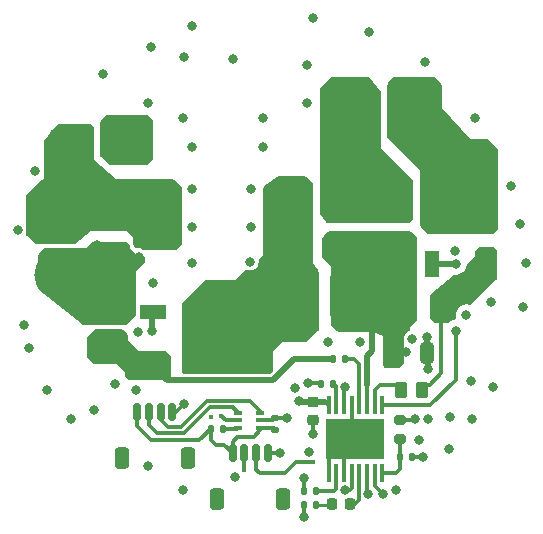
<source format=gtl>
%TF.GenerationSoftware,KiCad,Pcbnew,(6.0.9)*%
%TF.CreationDate,2023-02-03T11:06:12+01:00*%
%TF.ProjectId,Powerboard,506f7765-7262-46f6-9172-642e6b696361,rev?*%
%TF.SameCoordinates,Original*%
%TF.FileFunction,Copper,L1,Top*%
%TF.FilePolarity,Positive*%
%FSLAX46Y46*%
G04 Gerber Fmt 4.6, Leading zero omitted, Abs format (unit mm)*
G04 Created by KiCad (PCBNEW (6.0.9)) date 2023-02-03 11:06:12*
%MOMM*%
%LPD*%
G01*
G04 APERTURE LIST*
G04 Aperture macros list*
%AMRoundRect*
0 Rectangle with rounded corners*
0 $1 Rounding radius*
0 $2 $3 $4 $5 $6 $7 $8 $9 X,Y pos of 4 corners*
0 Add a 4 corners polygon primitive as box body*
4,1,4,$2,$3,$4,$5,$6,$7,$8,$9,$2,$3,0*
0 Add four circle primitives for the rounded corners*
1,1,$1+$1,$2,$3*
1,1,$1+$1,$4,$5*
1,1,$1+$1,$6,$7*
1,1,$1+$1,$8,$9*
0 Add four rect primitives between the rounded corners*
20,1,$1+$1,$2,$3,$4,$5,0*
20,1,$1+$1,$4,$5,$6,$7,0*
20,1,$1+$1,$6,$7,$8,$9,0*
20,1,$1+$1,$8,$9,$2,$3,0*%
G04 Aperture macros list end*
%TA.AperFunction,SMDPad,CuDef*%
%ADD10R,0.650000X0.400000*%
%TD*%
%TA.AperFunction,SMDPad,CuDef*%
%ADD11RoundRect,0.250000X-0.262500X-0.450000X0.262500X-0.450000X0.262500X0.450000X-0.262500X0.450000X0*%
%TD*%
%TA.AperFunction,SMDPad,CuDef*%
%ADD12RoundRect,0.150000X-0.150000X-0.625000X0.150000X-0.625000X0.150000X0.625000X-0.150000X0.625000X0*%
%TD*%
%TA.AperFunction,SMDPad,CuDef*%
%ADD13RoundRect,0.250000X-0.350000X-0.650000X0.350000X-0.650000X0.350000X0.650000X-0.350000X0.650000X0*%
%TD*%
%TA.AperFunction,ComponentPad*%
%ADD14C,4.000000*%
%TD*%
%TA.AperFunction,SMDPad,CuDef*%
%ADD15RoundRect,0.250000X-0.325000X-0.650000X0.325000X-0.650000X0.325000X0.650000X-0.325000X0.650000X0*%
%TD*%
%TA.AperFunction,SMDPad,CuDef*%
%ADD16R,3.250000X5.000000*%
%TD*%
%TA.AperFunction,SMDPad,CuDef*%
%ADD17RoundRect,0.250000X0.650000X-0.325000X0.650000X0.325000X-0.650000X0.325000X-0.650000X-0.325000X0*%
%TD*%
%TA.AperFunction,SMDPad,CuDef*%
%ADD18RoundRect,0.225000X0.225000X0.250000X-0.225000X0.250000X-0.225000X-0.250000X0.225000X-0.250000X0*%
%TD*%
%TA.AperFunction,SMDPad,CuDef*%
%ADD19RoundRect,0.250000X-0.625000X0.312500X-0.625000X-0.312500X0.625000X-0.312500X0.625000X0.312500X0*%
%TD*%
%TA.AperFunction,SMDPad,CuDef*%
%ADD20RoundRect,0.200000X0.275000X-0.200000X0.275000X0.200000X-0.275000X0.200000X-0.275000X-0.200000X0*%
%TD*%
%TA.AperFunction,SMDPad,CuDef*%
%ADD21RoundRect,0.250000X-1.250000X-0.550000X1.250000X-0.550000X1.250000X0.550000X-1.250000X0.550000X0*%
%TD*%
%TA.AperFunction,SMDPad,CuDef*%
%ADD22RoundRect,0.140000X0.170000X-0.140000X0.170000X0.140000X-0.170000X0.140000X-0.170000X-0.140000X0*%
%TD*%
%TA.AperFunction,SMDPad,CuDef*%
%ADD23RoundRect,0.100000X0.100000X-0.687500X0.100000X0.687500X-0.100000X0.687500X-0.100000X-0.687500X0*%
%TD*%
%TA.AperFunction,ComponentPad*%
%ADD24C,0.700000*%
%TD*%
%TA.AperFunction,SMDPad,CuDef*%
%ADD25R,5.000000X3.400000*%
%TD*%
%TA.AperFunction,SMDPad,CuDef*%
%ADD26RoundRect,0.135000X-0.135000X-0.185000X0.135000X-0.185000X0.135000X0.185000X-0.135000X0.185000X0*%
%TD*%
%TA.AperFunction,SMDPad,CuDef*%
%ADD27RoundRect,0.250000X0.312500X0.625000X-0.312500X0.625000X-0.312500X-0.625000X0.312500X-0.625000X0*%
%TD*%
%TA.AperFunction,SMDPad,CuDef*%
%ADD28RoundRect,0.225000X-0.250000X0.225000X-0.250000X-0.225000X0.250000X-0.225000X0.250000X0.225000X0*%
%TD*%
%TA.AperFunction,SMDPad,CuDef*%
%ADD29RoundRect,0.135000X0.135000X0.185000X-0.135000X0.185000X-0.135000X-0.185000X0.135000X-0.185000X0*%
%TD*%
%TA.AperFunction,SMDPad,CuDef*%
%ADD30RoundRect,0.140000X-0.140000X-0.170000X0.140000X-0.170000X0.140000X0.170000X-0.140000X0.170000X0*%
%TD*%
%TA.AperFunction,SMDPad,CuDef*%
%ADD31RoundRect,0.250000X-0.650000X0.325000X-0.650000X-0.325000X0.650000X-0.325000X0.650000X0.325000X0*%
%TD*%
%TA.AperFunction,SMDPad,CuDef*%
%ADD32C,0.500000*%
%TD*%
%TA.AperFunction,SMDPad,CuDef*%
%ADD33R,1.200000X2.200000*%
%TD*%
%TA.AperFunction,SMDPad,CuDef*%
%ADD34R,5.800000X6.400000*%
%TD*%
%TA.AperFunction,SMDPad,CuDef*%
%ADD35R,4.860000X3.360000*%
%TD*%
%TA.AperFunction,SMDPad,CuDef*%
%ADD36R,1.400000X1.390000*%
%TD*%
%TA.AperFunction,SMDPad,CuDef*%
%ADD37R,2.200000X1.200000*%
%TD*%
%TA.AperFunction,SMDPad,CuDef*%
%ADD38R,6.400000X5.800000*%
%TD*%
%TA.AperFunction,ViaPad*%
%ADD39C,0.800000*%
%TD*%
%TA.AperFunction,ViaPad*%
%ADD40C,0.450000*%
%TD*%
%TA.AperFunction,Conductor*%
%ADD41C,0.300000*%
%TD*%
%TA.AperFunction,Conductor*%
%ADD42C,0.500000*%
%TD*%
%TA.AperFunction,Conductor*%
%ADD43C,0.250000*%
%TD*%
G04 APERTURE END LIST*
%TO.C,NT1*%
G36*
X158750000Y-107250000D02*
G01*
X158250000Y-107250000D01*
X158250000Y-106250000D01*
X158750000Y-106250000D01*
X158750000Y-107250000D01*
G37*
%TD*%
D10*
%TO.P,UR1,1,VDD*%
%TO.N,+3V3*%
X149050000Y-113750000D03*
%TO.P,UR1,2,VSS*%
%TO.N,GND*%
X149050000Y-113100000D03*
%TO.P,UR1,3,SCL*%
%TO.N,/I2C_SCL*%
X149050000Y-112450000D03*
%TO.P,UR1,4,SDA*%
%TO.N,/I2C_SDA*%
X147150000Y-112450000D03*
%TO.P,UR1,5,Wiper*%
%TO.N,/ICTRL*%
X147150000Y-113100000D03*
%TO.P,UR1,6,High*%
%TO.N,/divider_high*%
X147150000Y-113750000D03*
%TD*%
D11*
%TO.P,R7,1*%
%TO.N,/ISENSE-*%
X160925000Y-110500000D03*
%TO.P,R7,2*%
%TO.N,/Vout-FET*%
X162750000Y-110500000D03*
%TD*%
D12*
%TO.P,J4,1,Pin_1*%
%TO.N,+3V3*%
X146700000Y-115900000D03*
%TO.P,J4,2,Pin_2*%
%TO.N,/!FTL*%
X147700000Y-115900000D03*
%TO.P,J4,3,Pin_3*%
%TO.N,/PWMDIM*%
X148700000Y-115900000D03*
%TO.P,J4,4,Pin_4*%
%TO.N,GND*%
X149700000Y-115900000D03*
D13*
%TO.P,J4,MP*%
%TO.N,N/C*%
X145400000Y-119775000D03*
X151000000Y-119775000D03*
%TD*%
D14*
%TO.P,J2,1,N*%
%TO.N,GND*%
X157100000Y-86700000D03*
%TO.P,J2,2,P*%
%TO.N,/LED+*%
X162100000Y-86700000D03*
%TD*%
D15*
%TO.P,C9,1*%
%TO.N,/V-out*%
X160225000Y-107400000D03*
%TO.P,C9,2*%
%TO.N,GND*%
X163175000Y-107400000D03*
%TD*%
D16*
%TO.P,L1,1,1*%
%TO.N,/IN*%
X140275000Y-95700000D03*
%TO.P,L1,2,2*%
%TO.N,/L-out*%
X151525000Y-95700000D03*
%TD*%
D17*
%TO.P,C7,1*%
%TO.N,/V-out*%
X158150000Y-98175000D03*
%TO.P,C7,2*%
%TO.N,GND*%
X158150000Y-95225000D03*
%TD*%
D18*
%TO.P,C5,1*%
%TO.N,/COMP*%
X156675000Y-120200000D03*
%TO.P,C5,2*%
%TO.N,/comp_RC*%
X155125000Y-120200000D03*
%TD*%
D19*
%TO.P,R9,1*%
%TO.N,GND*%
X136100000Y-103837500D03*
%TO.P,R9,2*%
%TO.N,/RCS*%
X136100000Y-106762500D03*
%TD*%
D20*
%TO.P,R5,1*%
%TO.N,/OPV*%
X160900000Y-114725000D03*
%TO.P,R5,2*%
%TO.N,/V-out*%
X160900000Y-113075000D03*
%TD*%
D21*
%TO.P,C1,1*%
%TO.N,/IN*%
X132800000Y-89300000D03*
%TO.P,C1,2*%
%TO.N,GND*%
X137200000Y-89300000D03*
%TD*%
D22*
%TO.P,C10,1*%
%TO.N,+3V3*%
X150300000Y-113880000D03*
%TO.P,C10,2*%
%TO.N,GND*%
X150300000Y-112920000D03*
%TD*%
D23*
%TO.P,U1,1,LFRAMP*%
%TO.N,GND*%
X154825000Y-117562500D03*
%TO.P,U1,2,RT/SYNC*%
%TO.N,/RT{slash}SYNC*%
X155475000Y-117562500D03*
%TO.P,U1,3,SGND*%
%TO.N,GND*%
X156125000Y-117562500D03*
%TO.P,U1,4,ICTRL*%
%TO.N,/ICTRL*%
X156775000Y-117562500D03*
%TO.P,U1,5,COMP*%
%TO.N,/COMP*%
X157425000Y-117562500D03*
%TO.P,U1,6,!FTL*%
%TO.N,/!FTL*%
X158075000Y-117562500D03*
%TO.P,U1,7,PWMDIM*%
%TO.N,/PWMDIM*%
X158725000Y-117562500D03*
%TO.P,U1,8,OVP*%
%TO.N,/OPV*%
X159375000Y-117562500D03*
%TO.P,U1,9,!DIMOUT*%
%TO.N,/!DIMOUT*%
X159375000Y-111837500D03*
%TO.P,U1,10,ISENSE-*%
%TO.N,/ISENSE-*%
X158725000Y-111837500D03*
%TO.P,U1,11,ISENSE+*%
%TO.N,/ISENSE+*%
X158075000Y-111837500D03*
%TO.P,U1,12,CS*%
%TO.N,/CS*%
X157425000Y-111837500D03*
%TO.P,U1,13,PGND*%
%TO.N,GND*%
X156775000Y-111837500D03*
%TO.P,U1,14,NDRV*%
%TO.N,/NDRV*%
X156125000Y-111837500D03*
%TO.P,U1,15,VCC*%
%TO.N,/VCC*%
X155475000Y-111837500D03*
%TO.P,U1,16,IN*%
%TO.N,/IN*%
X154825000Y-111837500D03*
D24*
%TO.P,U1,17,EP*%
%TO.N,GND*%
X158600000Y-113950000D03*
X155600000Y-113950000D03*
X155600000Y-115450000D03*
X158600000Y-115450000D03*
X157100000Y-115450000D03*
D25*
X157100000Y-114700000D03*
D24*
X157100000Y-113950000D03*
%TD*%
D26*
%TO.P,R8,1*%
%TO.N,GND*%
X152740000Y-120300000D03*
%TO.P,R8,2*%
%TO.N,/comp_RC*%
X153760000Y-120300000D03*
%TD*%
D27*
%TO.P,R6,1*%
%TO.N,/Vout-FET*%
X164362500Y-103700000D03*
%TO.P,R6,2*%
%TO.N,/V-out*%
X161437500Y-103700000D03*
%TD*%
D17*
%TO.P,C8,1*%
%TO.N,/V-out*%
X155400000Y-98175000D03*
%TO.P,C8,2*%
%TO.N,GND*%
X155400000Y-95225000D03*
%TD*%
D14*
%TO.P,J1,1,N*%
%TO.N,GND*%
X131900000Y-100800000D03*
%TO.P,J1,2,P*%
%TO.N,/IN*%
X131900000Y-95800000D03*
%TD*%
D26*
%TO.P,R1,1*%
%TO.N,GND*%
X152740000Y-119100000D03*
%TO.P,R1,2*%
%TO.N,/RT{slash}SYNC*%
X153760000Y-119100000D03*
%TD*%
D28*
%TO.P,C3,1*%
%TO.N,/IN*%
X153500000Y-111525000D03*
%TO.P,C3,2*%
%TO.N,GND*%
X153500000Y-113075000D03*
%TD*%
D29*
%TO.P,R2,1*%
%TO.N,/divider_high*%
X145910000Y-113800000D03*
%TO.P,R2,2*%
%TO.N,+3V3*%
X144890000Y-113800000D03*
%TD*%
D30*
%TO.P,C4,1*%
%TO.N,GND*%
X154220000Y-110000000D03*
%TO.P,C4,2*%
%TO.N,/VCC*%
X155180000Y-110000000D03*
%TD*%
D12*
%TO.P,J3,1,Pin_1*%
%TO.N,+3V3*%
X138600000Y-112400000D03*
%TO.P,J3,2,Pin_2*%
%TO.N,/I2C_SDA*%
X139600000Y-112400000D03*
%TO.P,J3,3,Pin_3*%
%TO.N,/I2C_SCL*%
X140600000Y-112400000D03*
%TO.P,J3,4,Pin_4*%
%TO.N,GND*%
X141600000Y-112400000D03*
D13*
%TO.P,J3,MP*%
%TO.N,N/C*%
X142900000Y-116275000D03*
X137300000Y-116275000D03*
%TD*%
D31*
%TO.P,C2,1*%
%TO.N,/IN*%
X137000000Y-95725000D03*
%TO.P,C2,2*%
%TO.N,GND*%
X137000000Y-98675000D03*
%TD*%
D17*
%TO.P,C6,1*%
%TO.N,/V-out*%
X160900000Y-98175000D03*
%TO.P,C6,2*%
%TO.N,GND*%
X160900000Y-95225000D03*
%TD*%
D32*
%TO.P,NT1,1,1*%
%TO.N,/ISENSE+*%
X158500000Y-107250000D03*
%TO.P,NT1,2,2*%
%TO.N,/V-out*%
X158500000Y-106250000D03*
%TD*%
D33*
%TO.P,Q2,1,G*%
%TO.N,/!DIMOUT*%
X163620000Y-99900000D03*
D34*
%TO.P,Q2,2,D*%
%TO.N,/LED+*%
X165900000Y-93600000D03*
D33*
%TO.P,Q2,3,S*%
%TO.N,/Vout-FET*%
X168180000Y-99900000D03*
%TD*%
D29*
%TO.P,R4,1*%
%TO.N,/CS*%
X156210000Y-107900000D03*
%TO.P,R4,2*%
%TO.N,/RCS*%
X155190000Y-107900000D03*
%TD*%
D35*
%TO.P,D1,1,K*%
%TO.N,/V-out*%
X157320000Y-102600000D03*
D36*
%TO.P,D1,2,A*%
%TO.N,/L-out*%
X153338000Y-101680000D03*
X153338000Y-103520000D03*
%TD*%
D37*
%TO.P,Q1,1,G*%
%TO.N,/NDRV*%
X139950000Y-103920000D03*
D38*
%TO.P,Q1,2,D*%
%TO.N,/L-out*%
X146250000Y-106200000D03*
D37*
%TO.P,Q1,3,S*%
%TO.N,/RCS*%
X139950000Y-108480000D03*
%TD*%
D29*
%TO.P,R10,1*%
%TO.N,GND*%
X161910000Y-116200000D03*
%TO.P,R10,2*%
%TO.N,/OPV*%
X160890000Y-116200000D03*
%TD*%
D39*
%TO.N,GND*%
X142500000Y-119000000D03*
X139500000Y-117000000D03*
X158250000Y-80250000D03*
D40*
X144900000Y-112800000D03*
D39*
X163000000Y-82750000D03*
X143250000Y-99750000D03*
X159500000Y-92000000D03*
X161900000Y-106200000D03*
X136000000Y-100000000D03*
X139250000Y-90750000D03*
X143250000Y-96750000D03*
X165100000Y-112800000D03*
X171000000Y-96500000D03*
X136750000Y-110000000D03*
X155500000Y-93000000D03*
X154750000Y-106500000D03*
X167250000Y-87500000D03*
X155500000Y-94000000D03*
X143250000Y-93500000D03*
X139500000Y-86250000D03*
X137250000Y-90750000D03*
X159500000Y-94000000D03*
X137250000Y-87750000D03*
X135250000Y-102500000D03*
X138250000Y-90750000D03*
X165000000Y-115500000D03*
X162500000Y-114750000D03*
X154500000Y-94000000D03*
X158500000Y-94000000D03*
X155500000Y-92000000D03*
X142600000Y-82300000D03*
X157500000Y-94000000D03*
X146900000Y-117900000D03*
X167000000Y-113000000D03*
X163250000Y-108750000D03*
X128500000Y-97000000D03*
X137000000Y-102500000D03*
X136250000Y-87750000D03*
X142500000Y-87500000D03*
X139750000Y-81500000D03*
X163175000Y-106025000D03*
X166500000Y-104200000D03*
X158500000Y-93000000D03*
X139500000Y-89750000D03*
X154500000Y-93000000D03*
X166900000Y-109800000D03*
X161500000Y-93000000D03*
X159500000Y-93000000D03*
X136250000Y-90750000D03*
X152750000Y-118000000D03*
X160500000Y-93000000D03*
X130000000Y-92000000D03*
X131000000Y-110500000D03*
X139250000Y-87750000D03*
X135250000Y-98250000D03*
X153200000Y-115800000D03*
X170250000Y-93250000D03*
X151300000Y-112900000D03*
X135000000Y-112250000D03*
X129500000Y-107000000D03*
X140000000Y-101500000D03*
X134500000Y-103750000D03*
X137750000Y-103750000D03*
X135750000Y-83750000D03*
X161500000Y-94000000D03*
X146700000Y-82500000D03*
X152000000Y-110400000D03*
X153100000Y-109950000D03*
X165500000Y-98750000D03*
X168750000Y-110250000D03*
X138000000Y-100000000D03*
X153000000Y-86250000D03*
X160500000Y-94000000D03*
X150700000Y-115900000D03*
X153500000Y-79000000D03*
X171250000Y-103500000D03*
X148200000Y-99700000D03*
X152750000Y-121250000D03*
X148250000Y-96750000D03*
X157500000Y-106500000D03*
X171500000Y-99750000D03*
X158499614Y-91994653D03*
X138750000Y-99250000D03*
X160500000Y-119000000D03*
X135250000Y-99250000D03*
X149250000Y-87500000D03*
X143250000Y-90000000D03*
X138700000Y-105600000D03*
X138250000Y-87750000D03*
X149250000Y-90000000D03*
X143250000Y-79750000D03*
X129000000Y-105000000D03*
X156513738Y-91994653D03*
X156500000Y-94000000D03*
X153000000Y-83000000D03*
X133000000Y-113000000D03*
X148250000Y-93500000D03*
X138500000Y-110500000D03*
X162800000Y-116200000D03*
X157500000Y-93000000D03*
X137000000Y-100000000D03*
X153500000Y-114250000D03*
X168600000Y-103100000D03*
X142600000Y-111700000D03*
X163200000Y-113000000D03*
X139500000Y-88750000D03*
X156500000Y-93000000D03*
%TO.N,/NDRV*%
X156224500Y-110314299D03*
X139900000Y-105500000D03*
%TO.N,/!DIMOUT*%
X165600000Y-105500000D03*
X165600000Y-99850000D03*
%TO.N,/ICTRL*%
X156219011Y-119015553D03*
D40*
X145700000Y-112700000D03*
D39*
%TO.N,/IN*%
X152300000Y-111500000D03*
%TO.N,/!FTL*%
X158200000Y-119300000D03*
D40*
X147700000Y-117300000D03*
D39*
%TO.N,/PWMDIM*%
X159400000Y-119300000D03*
D40*
X153500000Y-116600000D03*
D39*
%TO.N,/V-out*%
X161400000Y-107300000D03*
X162100000Y-113000000D03*
%TD*%
D41*
%TO.N,GND*%
X152740000Y-118010000D02*
X152750000Y-118000000D01*
X153500000Y-114250000D02*
X153500000Y-113030000D01*
X151280000Y-112920000D02*
X151300000Y-112900000D01*
X154825000Y-116225000D02*
X155600000Y-115450000D01*
X141600000Y-112400000D02*
X141900000Y-112400000D01*
X156775000Y-111837500D02*
X156775000Y-114375000D01*
D42*
X163250000Y-107475000D02*
X163175000Y-107400000D01*
D41*
X150120000Y-113100000D02*
X150300000Y-112920000D01*
X152740000Y-119100000D02*
X152740000Y-118010000D01*
X152750000Y-120310000D02*
X152740000Y-120300000D01*
X156125000Y-115675000D02*
X157100000Y-114700000D01*
X156775000Y-114375000D02*
X157100000Y-114700000D01*
X150300000Y-112920000D02*
X151280000Y-112920000D01*
X149700000Y-115900000D02*
X150700000Y-115900000D01*
D42*
X163175000Y-106025000D02*
X163175000Y-107400000D01*
X163250000Y-108750000D02*
X163250000Y-107475000D01*
D41*
X154220000Y-109950000D02*
X153100000Y-109950000D01*
X161910000Y-116200000D02*
X162800000Y-116200000D01*
X152750000Y-121250000D02*
X152750000Y-120310000D01*
X149050000Y-113100000D02*
X150120000Y-113100000D01*
X154825000Y-117562500D02*
X154825000Y-116225000D01*
X141900000Y-112400000D02*
X142600000Y-111700000D01*
X156125000Y-117562500D02*
X156125000Y-115675000D01*
%TO.N,/VCC*%
X155250000Y-110000000D02*
X155475000Y-110225000D01*
X155180000Y-110000000D02*
X155250000Y-110000000D01*
X155475000Y-110225000D02*
X155475000Y-111837500D01*
%TO.N,/COMP*%
X157425000Y-117562500D02*
X157425000Y-119850000D01*
X157425000Y-119850000D02*
X157075000Y-120200000D01*
D42*
%TO.N,/RCS*%
X139950000Y-108480000D02*
X141170000Y-109700000D01*
X141170000Y-109700000D02*
X150100000Y-109700000D01*
X151900000Y-107900000D02*
X155190000Y-107900000D01*
X150100000Y-109700000D02*
X151900000Y-107900000D01*
D43*
%TO.N,/NDRV*%
X156125000Y-110413799D02*
X156224500Y-110314299D01*
D42*
X139900000Y-105500000D02*
X139900000Y-103970000D01*
D41*
X156125000Y-111837500D02*
X156125000Y-110675000D01*
D43*
X156125000Y-110675000D02*
X156125000Y-110413799D01*
D42*
X139900000Y-103970000D02*
X139950000Y-103920000D01*
D41*
%TO.N,/!DIMOUT*%
X165600000Y-109650000D02*
X163412500Y-111837500D01*
X165600000Y-105500000D02*
X165600000Y-109650000D01*
D42*
X165600000Y-99850000D02*
X165550000Y-99900000D01*
X165550000Y-99900000D02*
X163620000Y-99900000D01*
D41*
X163412500Y-111837500D02*
X159375000Y-111837500D01*
%TO.N,/ICTRL*%
X156600000Y-119000000D02*
X156234564Y-119000000D01*
X156775000Y-117562500D02*
X156775000Y-118825000D01*
X156234564Y-119000000D02*
X156219011Y-119015553D01*
X156775000Y-118825000D02*
X156600000Y-119000000D01*
X146100000Y-113100000D02*
X145700000Y-112700000D01*
X147150000Y-113100000D02*
X146100000Y-113100000D01*
%TO.N,/RT{slash}SYNC*%
X155475000Y-117562500D02*
X155475000Y-118925000D01*
X155300000Y-119100000D02*
X153760000Y-119100000D01*
X155475000Y-118925000D02*
X155300000Y-119100000D01*
%TO.N,/CS*%
X157425000Y-111837500D02*
X157425000Y-108325000D01*
X157425000Y-108325000D02*
X157000000Y-107900000D01*
X157000000Y-107900000D02*
X156210000Y-107900000D01*
%TO.N,/ISENSE-*%
X158725000Y-110575000D02*
X159200000Y-110100000D01*
X158725000Y-111837500D02*
X158725000Y-110575000D01*
X159200000Y-110100000D02*
X160775000Y-110100000D01*
%TO.N,/OPV*%
X160900000Y-117200000D02*
X160900000Y-114725000D01*
X160537500Y-117562500D02*
X160900000Y-117200000D01*
X159375000Y-117562500D02*
X160537500Y-117562500D01*
D43*
%TO.N,/comp_RC*%
X153760000Y-120300000D02*
X155025000Y-120300000D01*
X155025000Y-120300000D02*
X155125000Y-120200000D01*
D41*
%TO.N,/ISENSE+*%
X158075000Y-111837500D02*
X158075000Y-110125000D01*
X158075000Y-110125000D02*
X158100000Y-110100000D01*
D42*
X158100000Y-107650000D02*
X158100000Y-110100000D01*
X158500000Y-107250000D02*
X158100000Y-107650000D01*
%TO.N,/IN*%
X153500000Y-111525000D02*
X152325000Y-111525000D01*
D41*
X154512500Y-111525000D02*
X154825000Y-111837500D01*
D42*
X152325000Y-111525000D02*
X152300000Y-111500000D01*
X153500000Y-111525000D02*
X154512500Y-111525000D01*
D41*
%TO.N,/!FTL*%
X147700000Y-115900000D02*
X147700000Y-117300000D01*
X158075000Y-119175000D02*
X158200000Y-119300000D01*
X158075000Y-117562500D02*
X158075000Y-119175000D01*
%TO.N,/PWMDIM*%
X152100000Y-116600000D02*
X151100000Y-117600000D01*
X158725000Y-118625000D02*
X159400000Y-119300000D01*
X148700000Y-117300000D02*
X148700000Y-115900000D01*
X153500000Y-116600000D02*
X152100000Y-116600000D01*
X151100000Y-117600000D02*
X149000000Y-117600000D01*
X149000000Y-117600000D02*
X148700000Y-117300000D01*
X158725000Y-117562500D02*
X158725000Y-118625000D01*
D42*
%TO.N,/V-out*%
X158500000Y-106250000D02*
X158500000Y-103780000D01*
D41*
X160325000Y-107300000D02*
X160225000Y-107400000D01*
D42*
X158500000Y-103780000D02*
X157320000Y-102600000D01*
D41*
X160900000Y-113075000D02*
X162025000Y-113075000D01*
X161400000Y-107300000D02*
X160325000Y-107300000D01*
X162025000Y-113075000D02*
X162100000Y-113000000D01*
%TO.N,/Vout-FET*%
X162425000Y-110100000D02*
X163400000Y-110100000D01*
X164362500Y-109137500D02*
X164362500Y-103700000D01*
X163400000Y-110100000D02*
X164362500Y-109137500D01*
%TO.N,+3V3*%
X145300000Y-115200000D02*
X144890000Y-114790000D01*
X147100000Y-114500000D02*
X148500000Y-114500000D01*
X144890000Y-114790000D02*
X144890000Y-113800000D01*
X139800000Y-114800000D02*
X143890000Y-114800000D01*
X138600000Y-112400000D02*
X138600000Y-113600000D01*
X150170000Y-113750000D02*
X150300000Y-113880000D01*
X146700000Y-115900000D02*
X146700000Y-114900000D01*
X146000000Y-115200000D02*
X145300000Y-115200000D01*
X146700000Y-115900000D02*
X146000000Y-115200000D01*
X143890000Y-114800000D02*
X144890000Y-113800000D01*
X148500000Y-114500000D02*
X149050000Y-113950000D01*
X138600000Y-113600000D02*
X139800000Y-114800000D01*
X146700000Y-114900000D02*
X147100000Y-114500000D01*
X149050000Y-113750000D02*
X150170000Y-113750000D01*
X149050000Y-113950000D02*
X149050000Y-113750000D01*
%TO.N,/I2C_SDA*%
X146700000Y-112000000D02*
X147150000Y-112450000D01*
X144800000Y-112000000D02*
X146700000Y-112000000D01*
X140300000Y-114200000D02*
X142600000Y-114200000D01*
X139600000Y-112400000D02*
X139600000Y-113500000D01*
X142600000Y-114200000D02*
X144800000Y-112000000D01*
X139600000Y-113500000D02*
X140300000Y-114200000D01*
%TO.N,/I2C_SCL*%
X148200000Y-111500000D02*
X149050000Y-112350000D01*
X141200000Y-113700000D02*
X142300000Y-113700000D01*
X149050000Y-112350000D02*
X149050000Y-112450000D01*
X142300000Y-113700000D02*
X144500000Y-111500000D01*
X140600000Y-113100000D02*
X141200000Y-113700000D01*
X144500000Y-111500000D02*
X148200000Y-111500000D01*
X140600000Y-112400000D02*
X140600000Y-113100000D01*
%TO.N,/divider_high*%
X145910000Y-113800000D02*
X147100000Y-113800000D01*
X147100000Y-113800000D02*
X147150000Y-113750000D01*
%TD*%
%TA.AperFunction,Conductor*%
%TO.N,GND*%
G36*
X137753915Y-98019707D02*
G01*
X137808286Y-98058286D01*
X137941714Y-98191714D01*
X137988833Y-98266702D01*
X138000000Y-98332428D01*
X138000000Y-98500000D01*
X138500000Y-99000000D01*
X138917572Y-99000000D01*
X139003915Y-99019707D01*
X139058286Y-99058286D01*
X139191714Y-99191714D01*
X139238833Y-99266702D01*
X139250000Y-99332428D01*
X139250000Y-99667572D01*
X139230293Y-99753915D01*
X139191714Y-99808286D01*
X138500000Y-100500000D01*
X138500000Y-104167572D01*
X138480293Y-104253915D01*
X138441714Y-104308286D01*
X137808286Y-104941714D01*
X137733298Y-104988833D01*
X137667572Y-105000000D01*
X134069805Y-105000000D01*
X133983462Y-104980293D01*
X133945491Y-104956393D01*
X133135357Y-104308286D01*
X130324686Y-102059748D01*
X130269574Y-101990422D01*
X130250000Y-101904356D01*
X130250000Y-99082428D01*
X130269707Y-98996085D01*
X130308286Y-98941714D01*
X130691714Y-98558286D01*
X130766702Y-98511167D01*
X130832428Y-98500000D01*
X134250000Y-98500000D01*
X134691714Y-98058286D01*
X134766702Y-98011167D01*
X134832428Y-98000000D01*
X137667572Y-98000000D01*
X137753915Y-98019707D01*
G37*
%TD.AperFunction*%
%TD*%
%TA.AperFunction,Conductor*%
%TO.N,/LED+*%
G36*
X163794816Y-84019707D02*
G01*
X163859564Y-84069491D01*
X164352094Y-84644109D01*
X164393320Y-84722488D01*
X164400000Y-84773614D01*
X164400000Y-86700000D01*
X166800000Y-89300000D01*
X168217572Y-89300000D01*
X168303915Y-89319707D01*
X168358286Y-89358286D01*
X169141714Y-90141714D01*
X169188833Y-90216702D01*
X169200000Y-90282428D01*
X169200000Y-96817572D01*
X169180293Y-96903915D01*
X169141714Y-96958286D01*
X168858286Y-97241714D01*
X168783298Y-97288833D01*
X168717572Y-97300000D01*
X163282428Y-97300000D01*
X163196085Y-97280293D01*
X163141714Y-97241714D01*
X162658286Y-96758286D01*
X162611167Y-96683298D01*
X162600000Y-96617572D01*
X162600000Y-91900000D01*
X159858286Y-89158286D01*
X159811167Y-89083298D01*
X159800000Y-89017572D01*
X159800000Y-84672048D01*
X159819707Y-84585705D01*
X159846124Y-84544651D01*
X160240331Y-84071603D01*
X160310746Y-84017889D01*
X160393207Y-84000000D01*
X163708473Y-84000000D01*
X163794816Y-84019707D01*
G37*
%TD.AperFunction*%
%TD*%
%TA.AperFunction,Conductor*%
%TO.N,GND*%
G36*
X158189623Y-84019707D02*
G01*
X158259757Y-84076054D01*
X159257477Y-85345880D01*
X159295326Y-85425948D01*
X159300000Y-85468826D01*
X159300000Y-90100000D01*
X161941714Y-92741714D01*
X161988833Y-92816702D01*
X162000000Y-92882428D01*
X162000000Y-95933667D01*
X161980293Y-96020010D01*
X161960200Y-96053067D01*
X161759700Y-96320400D01*
X161692128Y-96377650D01*
X161600500Y-96400000D01*
X154791527Y-96400000D01*
X154705184Y-96380293D01*
X154640435Y-96330508D01*
X154631771Y-96320400D01*
X154147906Y-95755891D01*
X154106680Y-95677512D01*
X154100000Y-95626386D01*
X154100000Y-85082428D01*
X154119707Y-84996085D01*
X154158286Y-84941714D01*
X155041714Y-84058286D01*
X155116702Y-84011167D01*
X155182428Y-84000000D01*
X158103280Y-84000000D01*
X158189623Y-84019707D01*
G37*
%TD.AperFunction*%
%TD*%
%TA.AperFunction,Conductor*%
%TO.N,/L-out*%
G36*
X152908935Y-92469707D02*
G01*
X152957061Y-92502306D01*
X153435469Y-92940847D01*
X153485801Y-93013719D01*
X153500000Y-93087541D01*
X153500000Y-99800000D01*
X153911862Y-100376607D01*
X153962933Y-100448106D01*
X153997082Y-100529820D01*
X154000000Y-100563772D01*
X154000000Y-105408922D01*
X153980293Y-105495265D01*
X153931070Y-105559530D01*
X152956033Y-106401608D01*
X152877806Y-106443128D01*
X152825963Y-106450000D01*
X150900000Y-106450000D01*
X150150000Y-107200000D01*
X150150000Y-108789048D01*
X150130293Y-108875391D01*
X150091714Y-108929762D01*
X149930262Y-109091214D01*
X149855274Y-109138333D01*
X149789548Y-109149500D01*
X142599000Y-109149500D01*
X142512657Y-109129793D01*
X142443416Y-109074574D01*
X142404989Y-108994782D01*
X142400000Y-108950500D01*
X142400000Y-103282428D01*
X142419707Y-103196085D01*
X142458286Y-103141714D01*
X144341714Y-101258286D01*
X144416702Y-101211167D01*
X144482428Y-101200000D01*
X146900000Y-101200000D01*
X147840541Y-100416216D01*
X147919486Y-100376081D01*
X148008029Y-100374174D01*
X148018434Y-100376607D01*
X148092625Y-100396071D01*
X148092627Y-100396071D01*
X148104233Y-100399116D01*
X148195189Y-100400545D01*
X148261765Y-100401591D01*
X148261768Y-100401591D01*
X148273760Y-100401779D01*
X148285447Y-100399102D01*
X148285451Y-100399102D01*
X148375042Y-100378583D01*
X148439029Y-100363928D01*
X148590498Y-100287747D01*
X148660881Y-100227634D01*
X148710300Y-100185426D01*
X148710301Y-100185425D01*
X148719423Y-100177634D01*
X148818361Y-100039947D01*
X148881601Y-99882634D01*
X148905490Y-99714778D01*
X148905645Y-99700000D01*
X148904862Y-99693534D01*
X148904862Y-99693525D01*
X148899813Y-99651803D01*
X148909005Y-99563718D01*
X148955506Y-99488344D01*
X148969975Y-99475021D01*
X149282776Y-99214353D01*
X149300000Y-99200000D01*
X149300000Y-93402907D01*
X149319707Y-93316564D01*
X149374926Y-93247323D01*
X149383975Y-93240518D01*
X150448314Y-92486611D01*
X150530163Y-92452785D01*
X150563339Y-92450000D01*
X152822592Y-92450000D01*
X152908935Y-92469707D01*
G37*
%TD.AperFunction*%
%TD*%
%TA.AperFunction,Conductor*%
%TO.N,/V-out*%
G36*
X161803915Y-97119707D02*
G01*
X161858286Y-97158286D01*
X162241714Y-97541714D01*
X162288833Y-97616702D01*
X162300000Y-97682428D01*
X162300000Y-104517572D01*
X162280293Y-104603915D01*
X162241714Y-104658286D01*
X161700000Y-105200000D01*
X161700000Y-105393654D01*
X161680293Y-105479997D01*
X161625074Y-105549238D01*
X161592274Y-105570488D01*
X161503369Y-105616375D01*
X161494330Y-105624261D01*
X161494326Y-105624263D01*
X161384647Y-105719942D01*
X161375604Y-105727831D01*
X161278113Y-105866547D01*
X161216524Y-106024513D01*
X161207117Y-106095967D01*
X161196966Y-106173077D01*
X161194394Y-106192611D01*
X161195710Y-106204532D01*
X161195710Y-106204537D01*
X161201853Y-106260182D01*
X161200712Y-106299288D01*
X161200000Y-106300000D01*
X161200000Y-108217572D01*
X161180293Y-108303915D01*
X161141714Y-108358286D01*
X160858286Y-108641714D01*
X160783298Y-108688833D01*
X160717572Y-108700000D01*
X159706501Y-108700000D01*
X159620158Y-108680293D01*
X159550917Y-108625074D01*
X159540923Y-108611385D01*
X159433422Y-108450133D01*
X159401925Y-108367360D01*
X159400000Y-108339748D01*
X159400000Y-106000000D01*
X158600000Y-105600000D01*
X155682428Y-105600000D01*
X155596085Y-105580293D01*
X155541714Y-105541714D01*
X155058286Y-105058286D01*
X155011167Y-104983298D01*
X155000000Y-104917572D01*
X155000000Y-100000000D01*
X154308286Y-99308286D01*
X154261167Y-99233298D01*
X154250000Y-99167572D01*
X154250000Y-97863772D01*
X154269707Y-97777429D01*
X154287067Y-97748106D01*
X154690476Y-97183334D01*
X154756698Y-97124528D01*
X154841877Y-97100279D01*
X154852409Y-97100000D01*
X161717572Y-97100000D01*
X161803915Y-97119707D01*
G37*
%TD.AperFunction*%
%TD*%
%TA.AperFunction,Conductor*%
%TO.N,/IN*%
G36*
X134686843Y-88019707D02*
G01*
X134759700Y-88079600D01*
X134960200Y-88346933D01*
X134996240Y-88427831D01*
X135000000Y-88466333D01*
X135000000Y-91100000D01*
X136800000Y-92700000D01*
X141626386Y-92700000D01*
X141712729Y-92719707D01*
X141755888Y-92747904D01*
X142330509Y-93240436D01*
X142383239Y-93311589D01*
X142400000Y-93391527D01*
X142400000Y-98117572D01*
X142380293Y-98203915D01*
X142341714Y-98258286D01*
X141958286Y-98641714D01*
X141883298Y-98688833D01*
X141817572Y-98700000D01*
X139254917Y-98700000D01*
X139168574Y-98680293D01*
X139154298Y-98671965D01*
X139152721Y-98670560D01*
X139143714Y-98665791D01*
X139013485Y-98596838D01*
X139013481Y-98596837D01*
X139002881Y-98591224D01*
X138838441Y-98549919D01*
X138826440Y-98549856D01*
X138826439Y-98549856D01*
X138759917Y-98549508D01*
X138668895Y-98549031D01*
X138657935Y-98551662D01*
X138570288Y-98542052D01*
X138494738Y-98494738D01*
X138358286Y-98358286D01*
X138311167Y-98283298D01*
X138300000Y-98217572D01*
X138300000Y-97600000D01*
X138283607Y-97586339D01*
X137717225Y-97114354D01*
X137717224Y-97114354D01*
X137700000Y-97100000D01*
X134600000Y-97100000D01*
X134245455Y-97400000D01*
X133355647Y-98152914D01*
X133277004Y-98193642D01*
X133227104Y-98200000D01*
X130175659Y-98200000D01*
X130089316Y-98180293D01*
X130043454Y-98149737D01*
X129266789Y-97459368D01*
X129215351Y-97387279D01*
X129200000Y-97310637D01*
X129200000Y-97067445D01*
X129201985Y-97039406D01*
X129204572Y-97021227D01*
X129205490Y-97014778D01*
X129205645Y-97000000D01*
X129201441Y-96965260D01*
X129200000Y-96941353D01*
X129200000Y-94086476D01*
X129219707Y-94000133D01*
X129263219Y-93940996D01*
X130541527Y-92747908D01*
X130700000Y-92600000D01*
X130700000Y-92067445D01*
X130701985Y-92039406D01*
X130704572Y-92021227D01*
X130705490Y-92014778D01*
X130705645Y-92000000D01*
X130701441Y-91965260D01*
X130700000Y-91941353D01*
X130700000Y-89569805D01*
X130719707Y-89483462D01*
X130743607Y-89445491D01*
X131840252Y-88074686D01*
X131909578Y-88019574D01*
X131995644Y-88000000D01*
X134600500Y-88000000D01*
X134686843Y-88019707D01*
G37*
%TD.AperFunction*%
%TD*%
%TA.AperFunction,Conductor*%
%TO.N,/Vout-FET*%
G36*
X168803915Y-98419707D02*
G01*
X168858286Y-98458286D01*
X169041714Y-98641714D01*
X169088833Y-98716702D01*
X169100000Y-98782428D01*
X169100000Y-101112995D01*
X169080293Y-101199338D01*
X169036129Y-101259081D01*
X166869105Y-103263577D01*
X166792339Y-103307740D01*
X166704013Y-103314222D01*
X166692602Y-103312142D01*
X166605696Y-103293670D01*
X166595487Y-103291500D01*
X166404513Y-103291500D01*
X166394310Y-103293669D01*
X166394307Y-103293669D01*
X166328110Y-103307740D01*
X166217712Y-103331206D01*
X166208188Y-103335446D01*
X166208186Y-103335447D01*
X166130480Y-103370044D01*
X166043248Y-103408882D01*
X165888747Y-103521134D01*
X165760960Y-103663056D01*
X165665473Y-103828444D01*
X165606458Y-104010072D01*
X165586496Y-104200000D01*
X165587586Y-104210371D01*
X165587586Y-104210372D01*
X165600019Y-104328669D01*
X165589445Y-104416598D01*
X165537238Y-104495555D01*
X165452526Y-104573913D01*
X165375759Y-104618076D01*
X165358773Y-104622478D01*
X165347805Y-104624809D01*
X165317712Y-104631206D01*
X165308188Y-104635446D01*
X165308186Y-104635447D01*
X165230480Y-104670044D01*
X165143248Y-104708882D01*
X164988747Y-104821134D01*
X164981773Y-104828880D01*
X164981768Y-104828884D01*
X164977021Y-104834157D01*
X164904601Y-104885136D01*
X164829135Y-104900000D01*
X163895644Y-104900000D01*
X163809301Y-104880293D01*
X163740251Y-104825314D01*
X163643713Y-104704641D01*
X163443607Y-104454508D01*
X163405058Y-104374776D01*
X163400000Y-104330195D01*
X163400000Y-102592582D01*
X163419707Y-102506239D01*
X163470817Y-102440365D01*
X165412476Y-100805283D01*
X165491215Y-100764740D01*
X165540659Y-100758500D01*
X165695487Y-100758500D01*
X165705690Y-100756331D01*
X165705693Y-100756331D01*
X165774706Y-100741661D01*
X165882288Y-100718794D01*
X165891812Y-100714554D01*
X165891814Y-100714553D01*
X166017711Y-100658500D01*
X166056752Y-100641118D01*
X166211253Y-100528866D01*
X166339040Y-100386944D01*
X166434527Y-100221556D01*
X166493542Y-100039928D01*
X166501881Y-99960589D01*
X166530506Y-99876779D01*
X166571608Y-99829173D01*
X167182850Y-99314442D01*
X167200000Y-99300000D01*
X167200000Y-98882428D01*
X167219707Y-98796085D01*
X167258286Y-98741714D01*
X167541714Y-98458286D01*
X167616702Y-98411167D01*
X167682428Y-98400000D01*
X168717572Y-98400000D01*
X168803915Y-98419707D01*
G37*
%TD.AperFunction*%
%TD*%
%TA.AperFunction,Conductor*%
%TO.N,GND*%
G36*
X139503915Y-87269707D02*
G01*
X139558286Y-87308286D01*
X139941714Y-87691714D01*
X139988833Y-87766702D01*
X140000000Y-87832428D01*
X140000000Y-90917572D01*
X139980293Y-91003915D01*
X139941714Y-91058286D01*
X139558286Y-91441714D01*
X139483298Y-91488833D01*
X139417572Y-91500000D01*
X136332428Y-91500000D01*
X136246085Y-91480293D01*
X136191714Y-91441714D01*
X135558286Y-90808286D01*
X135511167Y-90733298D01*
X135500000Y-90667572D01*
X135500000Y-87832428D01*
X135519707Y-87746085D01*
X135558286Y-87691714D01*
X135941714Y-87308286D01*
X136016702Y-87261167D01*
X136082428Y-87250000D01*
X139417572Y-87250000D01*
X139503915Y-87269707D01*
G37*
%TD.AperFunction*%
%TD*%
%TA.AperFunction,Conductor*%
%TO.N,/RCS*%
G36*
X137403915Y-105419707D02*
G01*
X137458286Y-105458286D01*
X137741714Y-105741714D01*
X137788833Y-105816702D01*
X137800000Y-105882428D01*
X137800000Y-106300000D01*
X138700000Y-107200000D01*
X140917572Y-107200000D01*
X141003915Y-107219707D01*
X141058286Y-107258286D01*
X141441714Y-107641714D01*
X141488833Y-107716702D01*
X141500000Y-107782428D01*
X141500000Y-109317572D01*
X141480293Y-109403915D01*
X141441714Y-109458286D01*
X141258286Y-109641714D01*
X141183298Y-109688833D01*
X141117572Y-109700000D01*
X137982428Y-109700000D01*
X137896085Y-109680293D01*
X137841714Y-109641714D01*
X137658286Y-109458286D01*
X137611167Y-109383298D01*
X137600000Y-109317572D01*
X137600000Y-109000000D01*
X136900000Y-108300000D01*
X134982428Y-108300000D01*
X134896085Y-108280293D01*
X134841714Y-108241714D01*
X134458286Y-107858286D01*
X134411167Y-107783298D01*
X134400000Y-107717572D01*
X134400000Y-106082428D01*
X134419707Y-105996085D01*
X134458286Y-105941714D01*
X134941714Y-105458286D01*
X135016702Y-105411167D01*
X135082428Y-105400000D01*
X137317572Y-105400000D01*
X137403915Y-105419707D01*
G37*
%TD.AperFunction*%
%TD*%
M02*

</source>
